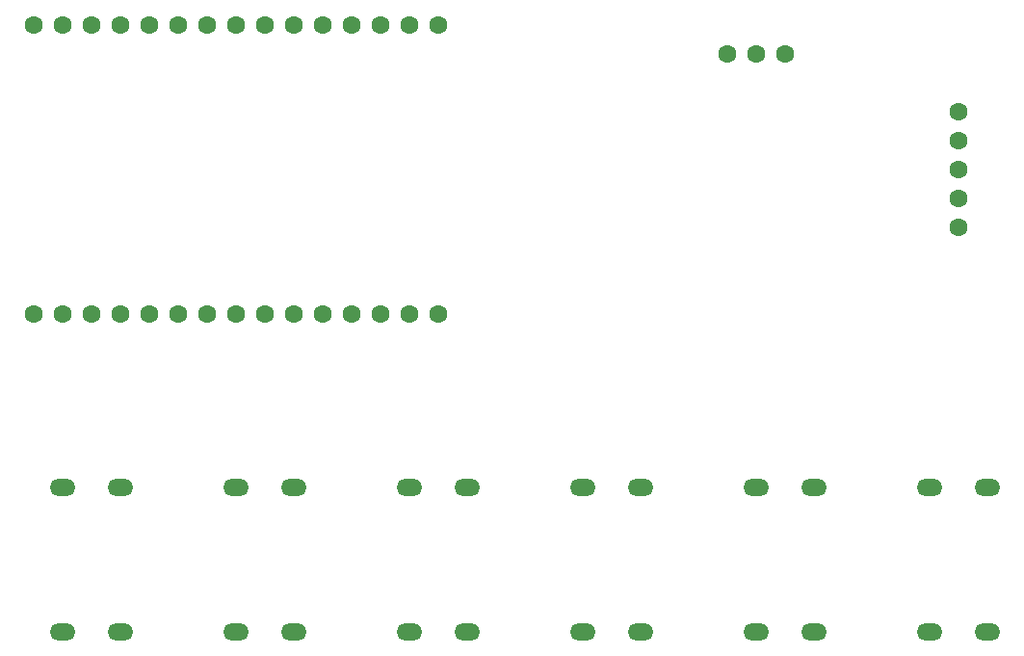
<source format=gbs>
G04 #@! TF.GenerationSoftware,KiCad,Pcbnew,7.0.6*
G04 #@! TF.CreationDate,2023-10-08T17:39:31-05:00*
G04 #@! TF.ProjectId,DogTimerPCB,446f6754-696d-4657-9250-43422e6b6963,rev?*
G04 #@! TF.SameCoordinates,Original*
G04 #@! TF.FileFunction,Soldermask,Bot*
G04 #@! TF.FilePolarity,Negative*
%FSLAX46Y46*%
G04 Gerber Fmt 4.6, Leading zero omitted, Abs format (unit mm)*
G04 Created by KiCad (PCBNEW 7.0.6) date 2023-10-08 17:39:31*
%MOMM*%
%LPD*%
G01*
G04 APERTURE LIST*
%ADD10O,2.250000X1.500000*%
%ADD11C,1.600000*%
G04 APERTURE END LIST*
D10*
X119380000Y-83820000D03*
X124460000Y-96520000D03*
X119380000Y-96520000D03*
X124460000Y-96520000D03*
X119380000Y-96520000D03*
X124460000Y-83820000D03*
X124460000Y-83820000D03*
X104140000Y-83820000D03*
X109220000Y-96520000D03*
X104140000Y-96520000D03*
X109220000Y-96520000D03*
X104140000Y-96520000D03*
X109220000Y-83820000D03*
X109220000Y-83820000D03*
X88900000Y-83820000D03*
X93980000Y-96520000D03*
X88900000Y-96520000D03*
X93980000Y-96520000D03*
X88900000Y-96520000D03*
X93980000Y-83820000D03*
X93980000Y-83820000D03*
X73660000Y-83820000D03*
X78740000Y-96520000D03*
X73660000Y-96520000D03*
X78740000Y-96520000D03*
X73660000Y-96520000D03*
X78740000Y-83820000D03*
X78740000Y-83820000D03*
X58420000Y-83820000D03*
X63500000Y-96520000D03*
X58420000Y-96520000D03*
X63500000Y-96520000D03*
X58420000Y-96520000D03*
X63500000Y-83820000D03*
X63500000Y-83820000D03*
X43180000Y-96520000D03*
X43180000Y-96520000D03*
X48260000Y-96520000D03*
X48260000Y-96520000D03*
X48260000Y-83820000D03*
X48260000Y-83820000D03*
X43180000Y-83820000D03*
D11*
X76200000Y-43180000D03*
X48260000Y-68580000D03*
X58420000Y-68580000D03*
X55880000Y-43180000D03*
X121920000Y-50800000D03*
X104140000Y-45720000D03*
X66040000Y-43180000D03*
X45720000Y-68580000D03*
X60960000Y-43180000D03*
X45720000Y-43180000D03*
X63500000Y-68580000D03*
X58420000Y-43180000D03*
X53340000Y-68580000D03*
X50800000Y-68580000D03*
X106680000Y-45720000D03*
X40640000Y-43180000D03*
X71120000Y-43180000D03*
X68580000Y-68580000D03*
X121920000Y-60960000D03*
X76200000Y-68580000D03*
X43180000Y-68580000D03*
X43180000Y-43180000D03*
X73660000Y-68580000D03*
X73660000Y-43180000D03*
X55880000Y-68580000D03*
X121920000Y-58420000D03*
X66040000Y-68580000D03*
X121920000Y-53340000D03*
X101600000Y-45720000D03*
X48260000Y-43180000D03*
X63500000Y-43180000D03*
X40640000Y-68580000D03*
X121920000Y-55880000D03*
X60960000Y-68580000D03*
X53340000Y-43180000D03*
X50800000Y-43180000D03*
X71120000Y-68580000D03*
X68580000Y-43180000D03*
M02*

</source>
